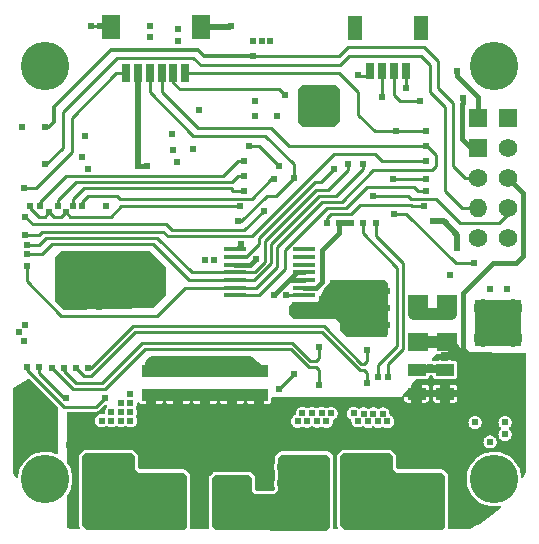
<source format=gbl>
G04 Layer: BottomLayer*
G04 EasyEDA v6.5.39, 2024-01-10 12:04:11*
G04 8066753d26f04e3aa7ec2003dc8d02ef,7c1e8d740ba24e6f83eb2d53d3341807,10*
G04 Gerber Generator version 0.2*
G04 Scale: 100 percent, Rotated: No, Reflected: No *
G04 Dimensions in millimeters *
G04 leading zeros omitted , absolute positions ,4 integer and 5 decimal *
%FSLAX45Y45*%
%MOMM*%

%AMMACRO1*4,1,4,-0.6001,-1,0.6001,-1,0.6001,1,-0.6001,1,-0.6001,-1,0*%
%AMMACRO2*4,1,4,-0.3001,-0.6749,0.3001,-0.6749,0.3001,0.6749,-0.3001,0.6749,-0.3001,-0.6749,0*%
%AMMACRO3*21,1,$1,$2,0,0,$3*%
%ADD10C,0.4000*%
%ADD11C,1.0000*%
%ADD12C,0.2540*%
%ADD13C,0.3000*%
%ADD14C,0.5000*%
%ADD15MACRO1*%
%ADD16MACRO2*%
%ADD17MACRO3,0.6X1.55X0.0000*%
%ADD18MACRO3,1.5X2X0.0000*%
%ADD19MACRO3,1.8034X0.4064X0.0000*%
%ADD20MACRO3,1X1.55X-90.0000*%
%ADD21R,1.7280X1.4850*%
%ADD22MACRO3,1.728X1.485X0.0000*%
%ADD23C,1.5748*%
%ADD24O,1.5748X1.5748*%
%ADD25R,1.5748X1.5748*%
%ADD26R,4.0000X4.0000*%
%ADD27C,2.7000*%
%ADD28C,1.7000*%
%ADD29C,4.1000*%
%ADD30C,0.6096*%
%ADD31C,0.6100*%
%ADD32C,0.6200*%
%ADD33C,1.5700*%
%ADD34C,0.0109*%

%LPD*%
G36*
X651916Y-546100D02*
G01*
X648004Y-545338D01*
X644702Y-543102D01*
X599897Y-498297D01*
X597662Y-494995D01*
X596900Y-491083D01*
X596900Y-432816D01*
X596188Y-431088D01*
X559511Y-394411D01*
X557784Y-393700D01*
X207416Y-393700D01*
X203504Y-392938D01*
X200202Y-390702D01*
X168097Y-358597D01*
X165862Y-355295D01*
X165100Y-351383D01*
X165100Y-295198D01*
X165557Y-292252D01*
X166827Y-289560D01*
X187502Y-258521D01*
X189738Y-256082D01*
X192684Y-254558D01*
X195935Y-254000D01*
X405384Y-254000D01*
X406755Y-253288D01*
X469138Y-128473D01*
X471068Y-125831D01*
X530402Y-66497D01*
X533704Y-64262D01*
X537616Y-63500D01*
X972464Y-63500D01*
X975715Y-64058D01*
X978662Y-65582D01*
X980897Y-68021D01*
X1001572Y-99060D01*
X1002842Y-101752D01*
X1003300Y-104698D01*
X1003300Y-518312D01*
X1002233Y-522833D01*
X993394Y-540461D01*
X991158Y-543458D01*
X988009Y-545439D01*
X984300Y-546100D01*
G37*

%LPD*%
G36*
X-2138476Y-1744878D02*
G01*
X-2142794Y-1744776D01*
X-2146706Y-1742897D01*
X-2149449Y-1739595D01*
X-2169871Y-1700123D01*
X-2173173Y-1693011D01*
X-2174087Y-1688744D01*
X-2174087Y-985164D01*
X-2173478Y-981659D01*
X-2171700Y-978611D01*
X-2168956Y-976325D01*
X-2043480Y-904646D01*
X-2039264Y-903325D01*
X-2034946Y-903884D01*
X-2031238Y-906271D01*
X-1793697Y-1143812D01*
X-1791462Y-1147114D01*
X-1790700Y-1151026D01*
X-1790700Y-1530502D01*
X-1791512Y-1534464D01*
X-1793798Y-1537817D01*
X-1797202Y-1540002D01*
X-1801164Y-1540662D01*
X-1805127Y-1539748D01*
X-1812848Y-1536192D01*
X-1832660Y-1529130D01*
X-1853031Y-1523949D01*
X-1873757Y-1520596D01*
X-1894738Y-1519174D01*
X-1915769Y-1519631D01*
X-1936648Y-1522018D01*
X-1957222Y-1526286D01*
X-1977339Y-1532432D01*
X-1996795Y-1540357D01*
X-2015439Y-1550009D01*
X-2033168Y-1561338D01*
X-2049729Y-1574241D01*
X-2065121Y-1588617D01*
X-2079091Y-1604264D01*
X-2091639Y-1621180D01*
X-2102510Y-1639112D01*
X-2111756Y-1658010D01*
X-2119274Y-1677670D01*
X-2124913Y-1697888D01*
X-2128723Y-1718564D01*
X-2130298Y-1735836D01*
X-2131618Y-1739950D01*
X-2134514Y-1743151D01*
G37*

%LPD*%
G36*
X-1688541Y-2174087D02*
G01*
X-1692910Y-2173071D01*
X-1708759Y-2165451D01*
X-1711807Y-2163216D01*
X-1713788Y-2160016D01*
X-1714500Y-2156307D01*
X-1714500Y-1890572D01*
X-1714042Y-1887626D01*
X-1712772Y-1884934D01*
X-1702714Y-1869948D01*
X-1692605Y-1851507D01*
X-1684223Y-1832254D01*
X-1677670Y-1812289D01*
X-1672894Y-1791817D01*
X-1670050Y-1770989D01*
X-1669084Y-1750009D01*
X-1670050Y-1728978D01*
X-1672894Y-1708200D01*
X-1677670Y-1687677D01*
X-1684223Y-1667764D01*
X-1692605Y-1648460D01*
X-1702714Y-1630019D01*
X-1712772Y-1615084D01*
X-1714042Y-1612341D01*
X-1714500Y-1609394D01*
X-1714500Y-1191768D01*
X-1713738Y-1187856D01*
X-1711502Y-1184605D01*
X-1708251Y-1182370D01*
X-1704339Y-1181608D01*
X-1473708Y-1181608D01*
X-1465681Y-1180795D01*
X-1458468Y-1178610D01*
X-1451762Y-1175054D01*
X-1445564Y-1169924D01*
X-1401521Y-1125931D01*
X-1398625Y-1123899D01*
X-1395222Y-1122984D01*
X-1381861Y-1121867D01*
X-1377797Y-1123543D01*
X-1374851Y-1126794D01*
X-1373530Y-1130960D01*
X-1374089Y-1135329D01*
X-1376476Y-1139037D01*
X-1383944Y-1146505D01*
X-1389583Y-1154582D01*
X-1393748Y-1163472D01*
X-1396288Y-1172972D01*
X-1397152Y-1182776D01*
X-1396441Y-1190650D01*
X-1396847Y-1194511D01*
X-1398676Y-1197914D01*
X-1401622Y-1200404D01*
X-1405331Y-1201623D01*
X-1409192Y-1201369D01*
X-1412595Y-1200454D01*
X-1422400Y-1199591D01*
X-1432204Y-1200454D01*
X-1441653Y-1202994D01*
X-1450594Y-1207109D01*
X-1458620Y-1212748D01*
X-1465580Y-1219708D01*
X-1471218Y-1227734D01*
X-1475333Y-1236675D01*
X-1477873Y-1246124D01*
X-1478737Y-1255928D01*
X-1477873Y-1265732D01*
X-1475333Y-1275181D01*
X-1471218Y-1284122D01*
X-1465580Y-1292148D01*
X-1458620Y-1299108D01*
X-1450594Y-1304747D01*
X-1441653Y-1308862D01*
X-1432204Y-1311402D01*
X-1422400Y-1312265D01*
X-1412595Y-1311402D01*
X-1403146Y-1308862D01*
X-1394206Y-1304747D01*
X-1387398Y-1299972D01*
X-1383639Y-1298346D01*
X-1379524Y-1298346D01*
X-1375765Y-1299972D01*
X-1368958Y-1304747D01*
X-1360068Y-1308862D01*
X-1350568Y-1311402D01*
X-1340764Y-1312265D01*
X-1331010Y-1311402D01*
X-1321511Y-1308862D01*
X-1312621Y-1304747D01*
X-1305661Y-1299870D01*
X-1301902Y-1298244D01*
X-1297787Y-1298244D01*
X-1294028Y-1299870D01*
X-1287068Y-1304747D01*
X-1278178Y-1308862D01*
X-1268679Y-1311402D01*
X-1258874Y-1312265D01*
X-1249121Y-1311402D01*
X-1239621Y-1308862D01*
X-1230731Y-1304747D01*
X-1224483Y-1300378D01*
X-1220724Y-1298752D01*
X-1216609Y-1298752D01*
X-1212850Y-1300378D01*
X-1206601Y-1304747D01*
X-1197660Y-1308862D01*
X-1188212Y-1311402D01*
X-1178407Y-1312265D01*
X-1168603Y-1311402D01*
X-1159154Y-1308862D01*
X-1150213Y-1304747D01*
X-1142187Y-1299108D01*
X-1135227Y-1292148D01*
X-1129588Y-1284122D01*
X-1125474Y-1275181D01*
X-1122934Y-1265732D01*
X-1122070Y-1255928D01*
X-1122934Y-1246124D01*
X-1125474Y-1236675D01*
X-1129588Y-1227734D01*
X-1131417Y-1225143D01*
X-1133043Y-1221384D01*
X-1133043Y-1217269D01*
X-1131417Y-1213510D01*
X-1129588Y-1210919D01*
X-1125474Y-1202029D01*
X-1122934Y-1192530D01*
X-1122070Y-1182776D01*
X-1122934Y-1172972D01*
X-1125474Y-1163472D01*
X-1129588Y-1154582D01*
X-1133043Y-1149654D01*
X-1134668Y-1145895D01*
X-1134668Y-1141780D01*
X-1133043Y-1138021D01*
X-1129588Y-1133094D01*
X-1125474Y-1124153D01*
X-1122934Y-1114704D01*
X-1122222Y-1106525D01*
X-1121003Y-1102512D01*
X-1118260Y-1099312D01*
X-1114450Y-1097534D01*
X-1110284Y-1097381D01*
X-1106373Y-1098956D01*
X-1103477Y-1102004D01*
X-1100988Y-1105916D01*
X-1096924Y-1109980D01*
X-1091996Y-1113078D01*
X-1086561Y-1115009D01*
X-1080211Y-1115720D01*
X-1048410Y-1115720D01*
X-1048410Y-1064260D01*
X-1047648Y-1060348D01*
X-1045413Y-1057097D01*
X-1042111Y-1054862D01*
X-1038250Y-1054100D01*
X-968349Y-1054100D01*
X-964488Y-1054862D01*
X-961186Y-1057097D01*
X-958951Y-1060348D01*
X-958189Y-1064260D01*
X-958189Y-1115720D01*
X-926388Y-1115720D01*
X-920038Y-1115009D01*
X-914603Y-1113078D01*
X-909675Y-1109980D01*
X-905611Y-1105916D01*
X-902512Y-1100988D01*
X-900582Y-1095552D01*
X-899871Y-1089253D01*
X-899871Y-1064260D01*
X-899109Y-1060348D01*
X-896924Y-1057097D01*
X-893622Y-1054862D01*
X-888288Y-1054100D01*
X-884377Y-1054862D01*
X-881075Y-1057097D01*
X-878890Y-1060348D01*
X-878128Y-1064260D01*
X-878128Y-1089253D01*
X-877417Y-1095552D01*
X-875487Y-1100988D01*
X-872388Y-1105916D01*
X-868324Y-1109980D01*
X-863396Y-1113078D01*
X-857961Y-1115009D01*
X-851611Y-1115720D01*
X-819810Y-1115720D01*
X-819810Y-1064260D01*
X-819048Y-1060348D01*
X-816813Y-1057097D01*
X-813511Y-1054862D01*
X-809650Y-1054100D01*
X-739749Y-1054100D01*
X-735888Y-1054862D01*
X-732586Y-1057097D01*
X-730351Y-1060348D01*
X-729589Y-1064260D01*
X-729589Y-1115720D01*
X-697788Y-1115720D01*
X-691438Y-1115009D01*
X-686003Y-1113078D01*
X-681075Y-1109980D01*
X-677011Y-1105916D01*
X-673912Y-1100988D01*
X-671982Y-1095552D01*
X-671271Y-1089253D01*
X-671271Y-1064260D01*
X-670509Y-1060348D01*
X-668324Y-1057097D01*
X-665022Y-1054862D01*
X-659688Y-1054100D01*
X-655777Y-1054862D01*
X-652475Y-1057097D01*
X-650290Y-1060348D01*
X-649528Y-1064260D01*
X-649528Y-1089253D01*
X-648817Y-1095552D01*
X-646887Y-1100988D01*
X-643788Y-1105916D01*
X-639724Y-1109980D01*
X-634796Y-1113078D01*
X-629361Y-1115009D01*
X-623011Y-1115720D01*
X-591210Y-1115720D01*
X-591210Y-1064260D01*
X-590448Y-1060348D01*
X-588213Y-1057097D01*
X-584911Y-1054862D01*
X-581050Y-1054100D01*
X-511149Y-1054100D01*
X-507288Y-1054862D01*
X-503986Y-1057097D01*
X-501751Y-1060348D01*
X-500989Y-1064260D01*
X-500989Y-1115720D01*
X-469188Y-1115720D01*
X-462838Y-1115009D01*
X-457403Y-1113078D01*
X-452475Y-1109980D01*
X-448411Y-1105916D01*
X-445312Y-1100988D01*
X-443382Y-1095552D01*
X-442671Y-1089253D01*
X-442671Y-1064260D01*
X-441909Y-1060348D01*
X-439724Y-1057097D01*
X-436422Y-1054862D01*
X-431088Y-1054100D01*
X-427177Y-1054862D01*
X-423875Y-1057097D01*
X-421690Y-1060348D01*
X-420928Y-1064260D01*
X-420928Y-1089253D01*
X-420217Y-1095552D01*
X-418287Y-1100988D01*
X-415188Y-1105916D01*
X-411124Y-1109980D01*
X-406196Y-1113078D01*
X-400761Y-1115009D01*
X-394411Y-1115720D01*
X-362610Y-1115720D01*
X-362610Y-1064260D01*
X-361848Y-1060348D01*
X-359613Y-1057097D01*
X-356311Y-1054862D01*
X-352450Y-1054100D01*
X-282549Y-1054100D01*
X-278688Y-1054862D01*
X-275386Y-1057097D01*
X-273151Y-1060348D01*
X-272389Y-1064260D01*
X-272389Y-1115720D01*
X-240588Y-1115720D01*
X-234238Y-1115009D01*
X-228803Y-1113078D01*
X-223875Y-1109980D01*
X-219811Y-1105916D01*
X-216712Y-1100988D01*
X-214782Y-1095552D01*
X-214071Y-1089253D01*
X-214071Y-1064260D01*
X-213309Y-1060348D01*
X-211124Y-1057097D01*
X-207822Y-1054862D01*
X-202488Y-1054100D01*
X-198577Y-1054862D01*
X-195275Y-1057097D01*
X-193090Y-1060348D01*
X-192328Y-1064260D01*
X-192328Y-1089253D01*
X-191617Y-1095552D01*
X-189687Y-1100988D01*
X-186588Y-1105916D01*
X-182524Y-1109980D01*
X-177596Y-1113078D01*
X-172161Y-1115009D01*
X-165811Y-1115720D01*
X-134010Y-1115720D01*
X-134010Y-1064260D01*
X-133248Y-1060348D01*
X-131013Y-1057097D01*
X-127711Y-1054862D01*
X-123850Y-1054100D01*
X-53949Y-1054100D01*
X-50088Y-1054862D01*
X-46786Y-1057097D01*
X-44551Y-1060348D01*
X-43789Y-1064260D01*
X-43789Y-1115720D01*
X-11988Y-1115720D01*
X-5638Y-1115009D01*
X-203Y-1113078D01*
X4724Y-1109980D01*
X8788Y-1105916D01*
X11887Y-1100988D01*
X13817Y-1095552D01*
X14528Y-1089253D01*
X14528Y-1064260D01*
X15290Y-1060348D01*
X17475Y-1057097D01*
X20777Y-1054862D01*
X24688Y-1054100D01*
X1116330Y-1054100D01*
X1118209Y-1053338D01*
X1123086Y-1047242D01*
X1125626Y-1045108D01*
X1127302Y-1041958D01*
X1161237Y-999540D01*
X1164742Y-996746D01*
X1169162Y-995730D01*
X1199489Y-995730D01*
X1199489Y-955294D01*
X1200048Y-951941D01*
X1201724Y-948944D01*
X1235405Y-906830D01*
X1238961Y-903986D01*
X1243380Y-903020D01*
X1321511Y-903020D01*
X1327861Y-902309D01*
X1333296Y-900379D01*
X1338224Y-897280D01*
X1342288Y-893216D01*
X1345387Y-888288D01*
X1348435Y-878484D01*
X1350721Y-875588D01*
X1353870Y-873658D01*
X1357477Y-872998D01*
X1373022Y-872998D01*
X1376629Y-873658D01*
X1379778Y-875588D01*
X1382064Y-878484D01*
X1383182Y-882853D01*
X1385112Y-888288D01*
X1388211Y-893216D01*
X1392275Y-897280D01*
X1397203Y-900379D01*
X1402638Y-902309D01*
X1408988Y-903020D01*
X1562811Y-903020D01*
X1569161Y-902309D01*
X1574596Y-900379D01*
X1579524Y-897280D01*
X1583588Y-893216D01*
X1586687Y-888288D01*
X1588617Y-882853D01*
X1589328Y-876553D01*
X1589328Y-777646D01*
X1588617Y-771347D01*
X1586687Y-765911D01*
X1583588Y-760984D01*
X1579524Y-756920D01*
X1574596Y-753821D01*
X1569161Y-751890D01*
X1562811Y-751179D01*
X1551482Y-751179D01*
X1547164Y-750265D01*
X1540560Y-747166D01*
X1531061Y-744626D01*
X1521307Y-743762D01*
X1511503Y-744626D01*
X1502003Y-747166D01*
X1495399Y-750265D01*
X1491081Y-751179D01*
X1470964Y-751179D01*
X1466697Y-750265D01*
X1460042Y-747166D01*
X1450594Y-744626D01*
X1440789Y-743762D01*
X1430985Y-744626D01*
X1421536Y-747166D01*
X1414881Y-750265D01*
X1410614Y-751179D01*
X1402638Y-751890D01*
X1397762Y-753618D01*
X1394612Y-754176D01*
X1391462Y-753770D01*
X1387094Y-751281D01*
X1378966Y-747522D01*
X1375968Y-745388D01*
X1373936Y-742340D01*
X1373124Y-738784D01*
X1373581Y-735177D01*
X1375308Y-731977D01*
X1404874Y-695045D01*
X1408379Y-692200D01*
X1412798Y-691184D01*
X1449070Y-691184D01*
X1449070Y-683768D01*
X1449832Y-679856D01*
X1452067Y-676554D01*
X1455420Y-674370D01*
X1459331Y-673608D01*
X1538122Y-674725D01*
X1541983Y-675538D01*
X1545234Y-677722D01*
X1547368Y-681024D01*
X1548130Y-684885D01*
X1548130Y-691184D01*
X1584452Y-691184D01*
X1590751Y-690473D01*
X1596237Y-688594D01*
X1601114Y-685495D01*
X1605229Y-681431D01*
X1608074Y-677976D01*
X1611122Y-676300D01*
X1614525Y-675792D01*
X2164080Y-683412D01*
X2167940Y-684225D01*
X2171192Y-686409D01*
X2173325Y-689711D01*
X2174087Y-693572D01*
X2174087Y-727100D01*
X2173274Y-731062D01*
X2170988Y-734415D01*
X2167585Y-736600D01*
X2163622Y-737260D01*
X2159660Y-736346D01*
X2156409Y-733958D01*
X2154326Y-730453D01*
X2153666Y-728573D01*
X2150618Y-723696D01*
X2146503Y-719582D01*
X2141626Y-716534D01*
X2136140Y-714603D01*
X2129840Y-713892D01*
X2036775Y-713892D01*
X2036775Y-833475D01*
X2163927Y-833475D01*
X2167839Y-834237D01*
X2171141Y-836421D01*
X2173325Y-839724D01*
X2174087Y-843635D01*
X2174087Y-1036015D01*
X2173325Y-1039876D01*
X2171141Y-1043178D01*
X2167839Y-1045362D01*
X2163927Y-1046175D01*
X2036775Y-1046175D01*
X2036775Y-1165707D01*
X2129840Y-1165707D01*
X2136140Y-1164996D01*
X2141626Y-1163066D01*
X2146503Y-1160018D01*
X2150618Y-1155903D01*
X2153666Y-1151026D01*
X2154326Y-1149146D01*
X2156409Y-1145641D01*
X2159660Y-1143254D01*
X2163622Y-1142339D01*
X2167585Y-1143000D01*
X2170988Y-1145184D01*
X2173274Y-1148537D01*
X2174087Y-1152499D01*
X2174087Y-1688490D01*
X2173122Y-1692859D01*
X2164384Y-1711096D01*
X2149348Y-1739442D01*
X2146503Y-1742795D01*
X2142490Y-1744624D01*
X2138121Y-1744573D01*
X2134158Y-1742744D01*
X2131364Y-1739392D01*
X2130196Y-1735124D01*
X2129942Y-1728978D01*
X2127097Y-1708200D01*
X2122322Y-1687677D01*
X2115769Y-1667764D01*
X2107387Y-1648460D01*
X2097278Y-1630019D01*
X2085543Y-1612595D01*
X2072284Y-1596288D01*
X2057603Y-1581251D01*
X2041601Y-1567637D01*
X2024430Y-1555496D01*
X2006244Y-1544980D01*
X1987143Y-1536192D01*
X1967331Y-1529130D01*
X1946960Y-1523949D01*
X1926234Y-1520596D01*
X1905254Y-1519174D01*
X1884222Y-1519631D01*
X1863343Y-1522018D01*
X1842770Y-1526286D01*
X1822653Y-1532432D01*
X1803196Y-1540357D01*
X1784553Y-1550009D01*
X1766824Y-1561338D01*
X1750263Y-1574241D01*
X1734870Y-1588617D01*
X1720900Y-1604264D01*
X1708353Y-1621180D01*
X1697482Y-1639112D01*
X1688236Y-1658010D01*
X1680718Y-1677670D01*
X1675079Y-1697888D01*
X1671269Y-1718564D01*
X1669338Y-1739493D01*
X1669338Y-1760524D01*
X1671269Y-1781454D01*
X1675079Y-1802130D01*
X1680718Y-1822348D01*
X1688236Y-1842007D01*
X1697482Y-1860854D01*
X1708353Y-1878838D01*
X1720900Y-1895703D01*
X1734870Y-1911400D01*
X1750263Y-1925726D01*
X1766824Y-1938629D01*
X1784553Y-1949957D01*
X1803196Y-1959610D01*
X1822653Y-1967585D01*
X1842770Y-1973681D01*
X1863343Y-1977948D01*
X1884222Y-1980336D01*
X1905254Y-1980844D01*
X1926234Y-1979422D01*
X1945335Y-1976374D01*
X1949653Y-1976628D01*
X1953463Y-1978609D01*
X1956104Y-1982012D01*
X1957120Y-1986229D01*
X1956257Y-1990445D01*
X1953768Y-1993950D01*
X1920951Y-2023668D01*
X1886864Y-2051964D01*
X1851558Y-2078786D01*
X1815134Y-2104034D01*
X1777695Y-2127656D01*
X1739239Y-2149652D01*
X1699869Y-2169972D01*
X1693011Y-2173173D01*
X1688744Y-2174087D01*
X1520139Y-2174087D01*
X1516430Y-2173427D01*
X1513281Y-2171446D01*
X1511046Y-2168448D01*
X1510030Y-2164842D01*
X1510385Y-2161133D01*
X1511604Y-2155545D01*
X1511808Y-2152345D01*
X1511808Y-1721154D01*
X1511147Y-1715109D01*
X1509217Y-1709623D01*
X1506118Y-1704695D01*
X1504035Y-1702307D01*
X1479042Y-1677314D01*
X1474266Y-1673504D01*
X1469034Y-1671015D01*
X1463395Y-1669745D01*
X1460195Y-1669542D01*
X1090422Y-1669542D01*
X1087475Y-1669084D01*
X1084783Y-1667814D01*
X1071829Y-1659178D01*
X1069390Y-1656943D01*
X1067866Y-1653997D01*
X1067308Y-1650746D01*
X1067308Y-1556054D01*
X1066647Y-1550009D01*
X1064717Y-1544523D01*
X1061618Y-1539595D01*
X1059535Y-1537208D01*
X1034542Y-1512214D01*
X1029766Y-1508404D01*
X1024534Y-1505915D01*
X1018895Y-1504645D01*
X1015695Y-1504442D01*
X622604Y-1504442D01*
X616559Y-1505102D01*
X611073Y-1507032D01*
X606145Y-1510131D01*
X603758Y-1512214D01*
X578764Y-1537208D01*
X574954Y-1541983D01*
X572465Y-1547215D01*
X571195Y-1552854D01*
X570992Y-1556054D01*
X570992Y-2139645D01*
X571652Y-2145690D01*
X573582Y-2151176D01*
X574903Y-2153564D01*
X578104Y-2157730D01*
X579983Y-2161844D01*
X579932Y-2166315D01*
X577951Y-2170328D01*
X574395Y-2173122D01*
X570026Y-2174087D01*
X548589Y-2174087D01*
X544880Y-2173427D01*
X541731Y-2171446D01*
X539496Y-2168448D01*
X538480Y-2164842D01*
X538835Y-2161133D01*
X540054Y-2155545D01*
X540258Y-2152345D01*
X540258Y-1568754D01*
X539597Y-1562709D01*
X537667Y-1557223D01*
X534568Y-1552295D01*
X532485Y-1549908D01*
X507492Y-1524914D01*
X502716Y-1521104D01*
X497484Y-1518615D01*
X491845Y-1517345D01*
X488645Y-1517142D01*
X95554Y-1517142D01*
X89509Y-1517802D01*
X84023Y-1519732D01*
X79095Y-1522831D01*
X76708Y-1524914D01*
X51714Y-1549908D01*
X47904Y-1554683D01*
X45415Y-1559915D01*
X44145Y-1565554D01*
X43942Y-1568754D01*
X43942Y-1612544D01*
X43484Y-1615490D01*
X38049Y-1627124D01*
X35509Y-1636623D01*
X34645Y-1646428D01*
X35509Y-1656181D01*
X38049Y-1665681D01*
X43484Y-1677314D01*
X43942Y-1680260D01*
X43942Y-1752244D01*
X43484Y-1755190D01*
X38049Y-1766824D01*
X35509Y-1776323D01*
X34645Y-1786128D01*
X35509Y-1795881D01*
X38049Y-1805381D01*
X43484Y-1817014D01*
X43942Y-1819960D01*
X43942Y-1830578D01*
X43484Y-1833524D01*
X42214Y-1836216D01*
X33578Y-1849170D01*
X31343Y-1851609D01*
X28397Y-1853133D01*
X25146Y-1853692D01*
X-105714Y-1853692D01*
X-109575Y-1852930D01*
X-112877Y-1850694D01*
X-117144Y-1846427D01*
X-119380Y-1843125D01*
X-120142Y-1839264D01*
X-120142Y-1740204D01*
X-120802Y-1734159D01*
X-122732Y-1728673D01*
X-125831Y-1723745D01*
X-127914Y-1721357D01*
X-152908Y-1696364D01*
X-157683Y-1692554D01*
X-162915Y-1690065D01*
X-168554Y-1688795D01*
X-171754Y-1688592D01*
X-463245Y-1688592D01*
X-469290Y-1689252D01*
X-474776Y-1691182D01*
X-479704Y-1694281D01*
X-482092Y-1696364D01*
X-507085Y-1721357D01*
X-510895Y-1726133D01*
X-513384Y-1731365D01*
X-514654Y-1737004D01*
X-514858Y-1740204D01*
X-514858Y-2145741D01*
X-514146Y-2152040D01*
X-510184Y-2162911D01*
X-510641Y-2167077D01*
X-512775Y-2170734D01*
X-516178Y-2173224D01*
X-520293Y-2174087D01*
X-664260Y-2174087D01*
X-667969Y-2173427D01*
X-671118Y-2171446D01*
X-673354Y-2168448D01*
X-674370Y-2164842D01*
X-674014Y-2161133D01*
X-672795Y-2155545D01*
X-672592Y-2152345D01*
X-672592Y-1721154D01*
X-673252Y-1715109D01*
X-675182Y-1709623D01*
X-678281Y-1704695D01*
X-680364Y-1702307D01*
X-705358Y-1677314D01*
X-710133Y-1673504D01*
X-715365Y-1671015D01*
X-721004Y-1669745D01*
X-724204Y-1669542D01*
X-1093978Y-1669542D01*
X-1096924Y-1669084D01*
X-1099616Y-1667814D01*
X-1112570Y-1659178D01*
X-1115009Y-1656943D01*
X-1116533Y-1653997D01*
X-1117092Y-1650746D01*
X-1117092Y-1556054D01*
X-1117752Y-1550009D01*
X-1119682Y-1544523D01*
X-1122781Y-1539595D01*
X-1124864Y-1537208D01*
X-1149858Y-1512214D01*
X-1154633Y-1508404D01*
X-1159865Y-1505915D01*
X-1165504Y-1504645D01*
X-1168704Y-1504442D01*
X-1561795Y-1504442D01*
X-1567840Y-1505102D01*
X-1573326Y-1507032D01*
X-1578254Y-1510131D01*
X-1580642Y-1512214D01*
X-1605635Y-1537208D01*
X-1609445Y-1541983D01*
X-1611934Y-1547215D01*
X-1613204Y-1552854D01*
X-1613408Y-1556054D01*
X-1613408Y-2139645D01*
X-1612747Y-2145690D01*
X-1610817Y-2151176D01*
X-1609496Y-2153564D01*
X-1606296Y-2157730D01*
X-1604416Y-2161844D01*
X-1604467Y-2166315D01*
X-1606448Y-2170328D01*
X-1610004Y-2173122D01*
X-1614373Y-2174087D01*
G37*

%LPC*%
G36*
X1866900Y-1491437D02*
G01*
X1876704Y-1490573D01*
X1886153Y-1488033D01*
X1895093Y-1483918D01*
X1903120Y-1478280D01*
X1910080Y-1471320D01*
X1915718Y-1463294D01*
X1919833Y-1454353D01*
X1922373Y-1444904D01*
X1923237Y-1435100D01*
X1922373Y-1425295D01*
X1919833Y-1415846D01*
X1915718Y-1406906D01*
X1910080Y-1398879D01*
X1903120Y-1391920D01*
X1895093Y-1386281D01*
X1886153Y-1382166D01*
X1876704Y-1379626D01*
X1866900Y-1378762D01*
X1857095Y-1379626D01*
X1847646Y-1382166D01*
X1838706Y-1386281D01*
X1830679Y-1391920D01*
X1823720Y-1398879D01*
X1818081Y-1406906D01*
X1813966Y-1415846D01*
X1811426Y-1425295D01*
X1810562Y-1435100D01*
X1811426Y-1444904D01*
X1813966Y-1454353D01*
X1818081Y-1463294D01*
X1823720Y-1471320D01*
X1830679Y-1478280D01*
X1838706Y-1483918D01*
X1847646Y-1488033D01*
X1857095Y-1490573D01*
G37*
G36*
X1993900Y-1427937D02*
G01*
X2003704Y-1427073D01*
X2013153Y-1424533D01*
X2022093Y-1420418D01*
X2030120Y-1414780D01*
X2037080Y-1407820D01*
X2042718Y-1399794D01*
X2046833Y-1390853D01*
X2049373Y-1381404D01*
X2050237Y-1371600D01*
X2049373Y-1361795D01*
X2046833Y-1352346D01*
X2042718Y-1343406D01*
X2037080Y-1335379D01*
X2029663Y-1327962D01*
X2027478Y-1324711D01*
X2026716Y-1320800D01*
X2027478Y-1316888D01*
X2029663Y-1313637D01*
X2037080Y-1306220D01*
X2042718Y-1298194D01*
X2046833Y-1289253D01*
X2049373Y-1279804D01*
X2050237Y-1270000D01*
X2049373Y-1260195D01*
X2046833Y-1250746D01*
X2042718Y-1241806D01*
X2037080Y-1233779D01*
X2030120Y-1226820D01*
X2022093Y-1221181D01*
X2013153Y-1217066D01*
X2003704Y-1214526D01*
X1993900Y-1213662D01*
X1984095Y-1214526D01*
X1974646Y-1217066D01*
X1965706Y-1221181D01*
X1957679Y-1226820D01*
X1950720Y-1233779D01*
X1945081Y-1241806D01*
X1940966Y-1250746D01*
X1938426Y-1260195D01*
X1937562Y-1270000D01*
X1938426Y-1279804D01*
X1940966Y-1289253D01*
X1945081Y-1298194D01*
X1950720Y-1306220D01*
X1958136Y-1313637D01*
X1960321Y-1316888D01*
X1961083Y-1320800D01*
X1960321Y-1324711D01*
X1958136Y-1327962D01*
X1950720Y-1335379D01*
X1945081Y-1343406D01*
X1940966Y-1352346D01*
X1938426Y-1361795D01*
X1937562Y-1371600D01*
X1938426Y-1381404D01*
X1940966Y-1390853D01*
X1945081Y-1399794D01*
X1950720Y-1407820D01*
X1957679Y-1414780D01*
X1965706Y-1420418D01*
X1974646Y-1424533D01*
X1984095Y-1427073D01*
G37*
G36*
X1739900Y-1326337D02*
G01*
X1749704Y-1325473D01*
X1759153Y-1322933D01*
X1768093Y-1318818D01*
X1776120Y-1313180D01*
X1783080Y-1306220D01*
X1788718Y-1298194D01*
X1792833Y-1289253D01*
X1795373Y-1279804D01*
X1796237Y-1270000D01*
X1795373Y-1260195D01*
X1792833Y-1250746D01*
X1788718Y-1241806D01*
X1783080Y-1233779D01*
X1776120Y-1226820D01*
X1768093Y-1221181D01*
X1759153Y-1217066D01*
X1749704Y-1214526D01*
X1739900Y-1213662D01*
X1730095Y-1214526D01*
X1720646Y-1217066D01*
X1711706Y-1221181D01*
X1703679Y-1226820D01*
X1696720Y-1233779D01*
X1691081Y-1241806D01*
X1686966Y-1250746D01*
X1684426Y-1260195D01*
X1683562Y-1270000D01*
X1684426Y-1279804D01*
X1686966Y-1289253D01*
X1691081Y-1298194D01*
X1696720Y-1306220D01*
X1703679Y-1313180D01*
X1711706Y-1318818D01*
X1720646Y-1322933D01*
X1730095Y-1325473D01*
G37*
G36*
X835101Y-1317802D02*
G01*
X844854Y-1316939D01*
X854354Y-1314399D01*
X863244Y-1310284D01*
X870203Y-1305407D01*
X873963Y-1303782D01*
X878078Y-1303782D01*
X881837Y-1305407D01*
X888796Y-1310284D01*
X897686Y-1314399D01*
X907186Y-1316939D01*
X916990Y-1317802D01*
X926744Y-1316939D01*
X936244Y-1314399D01*
X945134Y-1310284D01*
X951382Y-1305915D01*
X955141Y-1304290D01*
X959256Y-1304290D01*
X963015Y-1305915D01*
X969264Y-1310284D01*
X978204Y-1314399D01*
X987653Y-1316939D01*
X997458Y-1317802D01*
X1007262Y-1316939D01*
X1016711Y-1314399D01*
X1025652Y-1310284D01*
X1033678Y-1304645D01*
X1040637Y-1297686D01*
X1046276Y-1289659D01*
X1050391Y-1280718D01*
X1052931Y-1271270D01*
X1053795Y-1261465D01*
X1052931Y-1251661D01*
X1050391Y-1242212D01*
X1046276Y-1233271D01*
X1040637Y-1225245D01*
X1033678Y-1218285D01*
X1025652Y-1212646D01*
X1021283Y-1210665D01*
X1018032Y-1208176D01*
X1015949Y-1204620D01*
X1015492Y-1200556D01*
X1015695Y-1197965D01*
X1014831Y-1188161D01*
X1012291Y-1178712D01*
X1008176Y-1169771D01*
X1002537Y-1161745D01*
X995578Y-1154785D01*
X987552Y-1149146D01*
X978611Y-1145032D01*
X969162Y-1142492D01*
X959358Y-1141628D01*
X949553Y-1142492D01*
X940104Y-1145032D01*
X931164Y-1149146D01*
X924915Y-1153515D01*
X921156Y-1155141D01*
X917041Y-1155141D01*
X913282Y-1153515D01*
X907034Y-1149146D01*
X898144Y-1145032D01*
X888644Y-1142492D01*
X878890Y-1141628D01*
X869086Y-1142492D01*
X859586Y-1145032D01*
X850696Y-1149146D01*
X843737Y-1154023D01*
X839978Y-1155649D01*
X835863Y-1155649D01*
X832103Y-1154023D01*
X825144Y-1149146D01*
X816254Y-1145032D01*
X806754Y-1142492D01*
X797001Y-1141628D01*
X787196Y-1142492D01*
X777697Y-1145032D01*
X768807Y-1149146D01*
X762355Y-1153668D01*
X759155Y-1155192D01*
X755650Y-1155496D01*
X752246Y-1154582D01*
X749350Y-1152550D01*
X747420Y-1150620D01*
X739394Y-1144981D01*
X730453Y-1140866D01*
X721004Y-1138326D01*
X711200Y-1137462D01*
X701395Y-1138326D01*
X691946Y-1140866D01*
X683006Y-1144981D01*
X674979Y-1150620D01*
X668020Y-1157579D01*
X662381Y-1165606D01*
X658266Y-1174546D01*
X655726Y-1183995D01*
X654862Y-1193800D01*
X655726Y-1203604D01*
X658266Y-1213053D01*
X662381Y-1221994D01*
X668020Y-1230020D01*
X674979Y-1236980D01*
X683006Y-1242618D01*
X687374Y-1244600D01*
X690626Y-1247089D01*
X692708Y-1250645D01*
X693166Y-1254709D01*
X692962Y-1257300D01*
X693826Y-1267104D01*
X696366Y-1276553D01*
X700481Y-1285494D01*
X706120Y-1293520D01*
X713079Y-1300480D01*
X721106Y-1306118D01*
X730046Y-1310233D01*
X739495Y-1312773D01*
X749300Y-1313637D01*
X759104Y-1312773D01*
X768553Y-1310233D01*
X777494Y-1306118D01*
X783945Y-1301597D01*
X787146Y-1300073D01*
X790651Y-1299768D01*
X794054Y-1300683D01*
X796950Y-1302715D01*
X798830Y-1304645D01*
X806907Y-1310284D01*
X815797Y-1314399D01*
X825296Y-1316939D01*
G37*
G36*
X236931Y-1317294D02*
G01*
X246735Y-1316431D01*
X256184Y-1313891D01*
X265125Y-1309776D01*
X271932Y-1305001D01*
X275691Y-1303375D01*
X279806Y-1303375D01*
X283565Y-1305001D01*
X290372Y-1309776D01*
X299262Y-1313891D01*
X308762Y-1316431D01*
X318566Y-1317294D01*
X328320Y-1316431D01*
X337820Y-1313891D01*
X346710Y-1309776D01*
X353669Y-1304899D01*
X357428Y-1303274D01*
X361543Y-1303274D01*
X365302Y-1304899D01*
X372262Y-1309776D01*
X381152Y-1313891D01*
X390652Y-1316431D01*
X400456Y-1317294D01*
X410209Y-1316431D01*
X419709Y-1313891D01*
X428599Y-1309776D01*
X434848Y-1305407D01*
X438607Y-1303782D01*
X442722Y-1303782D01*
X446481Y-1305407D01*
X452729Y-1309776D01*
X461670Y-1313891D01*
X471119Y-1316431D01*
X480923Y-1317294D01*
X490728Y-1316431D01*
X500176Y-1313891D01*
X509117Y-1309776D01*
X517143Y-1304137D01*
X524103Y-1297178D01*
X529742Y-1289151D01*
X533857Y-1280210D01*
X536397Y-1270762D01*
X537260Y-1260957D01*
X536803Y-1255623D01*
X537260Y-1251508D01*
X539343Y-1247952D01*
X542645Y-1245514D01*
X548894Y-1242618D01*
X556920Y-1236980D01*
X563880Y-1230020D01*
X569518Y-1221994D01*
X573633Y-1213053D01*
X576173Y-1203604D01*
X577037Y-1193800D01*
X576173Y-1183995D01*
X573633Y-1174546D01*
X569518Y-1165606D01*
X563880Y-1157579D01*
X556920Y-1150620D01*
X548894Y-1144981D01*
X539953Y-1140866D01*
X530504Y-1138326D01*
X520700Y-1137462D01*
X510895Y-1138326D01*
X501446Y-1140866D01*
X492506Y-1144981D01*
X486257Y-1149350D01*
X482498Y-1150975D01*
X478383Y-1150975D01*
X474624Y-1149350D01*
X468376Y-1144981D01*
X459485Y-1140866D01*
X449986Y-1138326D01*
X440232Y-1137462D01*
X430428Y-1138326D01*
X420928Y-1140866D01*
X412038Y-1144981D01*
X405079Y-1149858D01*
X401320Y-1151483D01*
X397205Y-1151483D01*
X393446Y-1149858D01*
X386486Y-1144981D01*
X377596Y-1140866D01*
X368096Y-1138326D01*
X358343Y-1137462D01*
X348538Y-1138326D01*
X339039Y-1140866D01*
X330149Y-1144981D01*
X323342Y-1149756D01*
X319582Y-1151382D01*
X315468Y-1151382D01*
X311708Y-1149756D01*
X304901Y-1144981D01*
X295960Y-1140866D01*
X286512Y-1138326D01*
X276707Y-1137462D01*
X266903Y-1138326D01*
X257454Y-1140866D01*
X248513Y-1144981D01*
X240487Y-1150620D01*
X233527Y-1157579D01*
X227888Y-1165606D01*
X223774Y-1174546D01*
X221234Y-1183995D01*
X220370Y-1193800D01*
X220827Y-1199134D01*
X220370Y-1203248D01*
X218287Y-1206804D01*
X214985Y-1209243D01*
X208737Y-1212138D01*
X200710Y-1217777D01*
X193751Y-1224737D01*
X188112Y-1232763D01*
X183997Y-1241704D01*
X181457Y-1251153D01*
X180594Y-1260957D01*
X181457Y-1270762D01*
X183997Y-1280210D01*
X188112Y-1289151D01*
X193751Y-1297178D01*
X200710Y-1304137D01*
X208737Y-1309776D01*
X217678Y-1313891D01*
X227126Y-1316431D01*
G37*
G36*
X1730959Y-1165707D02*
G01*
X1824075Y-1165707D01*
X1824075Y-1046175D01*
X1704492Y-1046175D01*
X1704492Y-1139240D01*
X1705203Y-1145540D01*
X1707134Y-1151026D01*
X1710182Y-1155903D01*
X1714296Y-1160018D01*
X1719173Y-1163066D01*
X1724660Y-1164996D01*
G37*
G36*
X1408988Y-1103020D02*
G01*
X1440789Y-1103020D01*
X1440789Y-1058468D01*
X1382471Y-1058468D01*
X1382471Y-1076553D01*
X1383182Y-1082852D01*
X1385112Y-1088288D01*
X1388211Y-1093216D01*
X1392275Y-1097280D01*
X1397203Y-1100378D01*
X1402638Y-1102309D01*
G37*
G36*
X1289710Y-1103020D02*
G01*
X1321511Y-1103020D01*
X1327861Y-1102309D01*
X1333296Y-1100378D01*
X1338224Y-1097280D01*
X1342288Y-1093216D01*
X1345387Y-1088288D01*
X1347317Y-1082852D01*
X1348028Y-1076553D01*
X1348028Y-1058468D01*
X1289710Y-1058468D01*
G37*
G36*
X1531010Y-1103020D02*
G01*
X1562811Y-1103020D01*
X1569161Y-1102309D01*
X1574596Y-1100378D01*
X1579524Y-1097280D01*
X1583588Y-1093216D01*
X1586687Y-1088288D01*
X1588617Y-1082852D01*
X1589328Y-1076553D01*
X1589328Y-1058468D01*
X1531010Y-1058468D01*
G37*
G36*
X1167688Y-1103020D02*
G01*
X1199489Y-1103020D01*
X1199489Y-1058468D01*
X1141171Y-1058468D01*
X1141171Y-1076553D01*
X1141882Y-1082852D01*
X1143812Y-1088288D01*
X1146911Y-1093216D01*
X1150975Y-1097280D01*
X1155903Y-1100378D01*
X1161338Y-1102309D01*
G37*
G36*
X1382471Y-995730D02*
G01*
X1440789Y-995730D01*
X1440789Y-951179D01*
X1408988Y-951179D01*
X1402638Y-951890D01*
X1397203Y-953820D01*
X1392275Y-956919D01*
X1388211Y-960983D01*
X1385112Y-965911D01*
X1383182Y-971346D01*
X1382471Y-977646D01*
G37*
G36*
X1531010Y-995730D02*
G01*
X1589328Y-995730D01*
X1589328Y-977646D01*
X1588617Y-971346D01*
X1586687Y-965911D01*
X1583588Y-960983D01*
X1579524Y-956919D01*
X1574596Y-953820D01*
X1569161Y-951890D01*
X1562811Y-951179D01*
X1531010Y-951179D01*
G37*
G36*
X1289710Y-995730D02*
G01*
X1348028Y-995730D01*
X1348028Y-977646D01*
X1347317Y-971346D01*
X1345387Y-965911D01*
X1342288Y-960983D01*
X1338224Y-956919D01*
X1333296Y-953820D01*
X1327861Y-951890D01*
X1321511Y-951179D01*
X1289710Y-951179D01*
G37*
G36*
X1704492Y-833475D02*
G01*
X1824075Y-833475D01*
X1824075Y-713892D01*
X1730959Y-713892D01*
X1724660Y-714603D01*
X1719173Y-716534D01*
X1714296Y-719582D01*
X1710182Y-723696D01*
X1707134Y-728573D01*
X1705203Y-734060D01*
X1704492Y-740359D01*
G37*

%LPD*%
G36*
X279400Y1587500D02*
G01*
X241300Y1549400D01*
X241300Y1270000D01*
X279400Y1231900D01*
X546100Y1231900D01*
X596900Y1270000D01*
X596900Y1549400D01*
X558800Y1587500D01*
G37*
G36*
X-1765300Y177800D02*
G01*
X-1816100Y127000D01*
X-1816100Y-241300D01*
X-1739900Y-317500D01*
X-977900Y-304800D01*
X-876300Y-190500D01*
X-876300Y38100D01*
X-1016000Y177800D01*
G37*
G36*
X-1562100Y-1530350D02*
G01*
X-1587500Y-1555750D01*
X-1587500Y-2139950D01*
X-1549400Y-2178050D01*
X-723900Y-2178050D01*
X-698500Y-2152650D01*
X-698500Y-1720850D01*
X-723900Y-1695450D01*
X-1104900Y-1695450D01*
X-1143000Y-1670050D01*
X-1143000Y-1555750D01*
X-1168400Y-1530350D01*
G37*
G36*
X95250Y-1543050D02*
G01*
X69850Y-1568450D01*
X69850Y-1841500D01*
X44450Y-1879600D01*
X-120650Y-1879600D01*
X-146050Y-1854200D01*
X-146050Y-1739900D01*
X-171450Y-1714500D01*
X-463550Y-1714500D01*
X-488950Y-1739900D01*
X-488950Y-2146300D01*
X-463550Y-2184400D01*
X476250Y-2190750D01*
X514350Y-2152650D01*
X514350Y-1568450D01*
X488950Y-1543050D01*
G37*
G36*
X622300Y-1530350D02*
G01*
X596900Y-1555750D01*
X596900Y-2139950D01*
X635000Y-2178050D01*
X1460500Y-2178050D01*
X1485900Y-2152650D01*
X1485900Y-1720850D01*
X1460500Y-1695450D01*
X1079500Y-1695450D01*
X1041400Y-1670050D01*
X1041400Y-1555750D01*
X1016000Y-1530350D01*
G37*
G36*
X1682750Y-692150D02*
G01*
X1689100Y-1181100D01*
X2146300Y-1181100D01*
X2171700Y-1155700D01*
X2171700Y-711200D01*
X1701800Y-711200D01*
G37*
D10*
X1244600Y-827100D02*
G01*
X1485900Y-827100D01*
X1193800Y-800100D02*
G01*
X1521282Y-800100D01*
D11*
X1219200Y-355600D02*
G01*
X1533982Y-355600D01*
D12*
X901700Y419100D02*
G01*
X901700Y304800D01*
X1130300Y76200D01*
X1130300Y-647700D01*
X1003300Y-774700D01*
X1003300Y-889000D01*
X787400Y419100D02*
G01*
X787400Y330200D01*
X1079500Y38100D01*
X1079500Y-622300D01*
X914400Y-787400D01*
X914400Y-889000D01*
D10*
X2019300Y800100D02*
G01*
X2146300Y673100D01*
X2146300Y139700D01*
X2082800Y76200D01*
X1892300Y76200D01*
X1638300Y-177800D01*
X1638300Y-647700D01*
X1930400Y-939800D01*
X-289560Y64998D02*
G01*
X-163601Y64998D01*
X-114300Y114300D01*
D12*
X-2057400Y152400D02*
G01*
X-1930400Y152400D01*
X-1841500Y241300D01*
X-990600Y241300D01*
X-684276Y-65023D01*
X-289560Y-65023D01*
X-2057400Y228600D02*
G01*
X-1955800Y228600D01*
X-1894839Y289560D01*
X-949960Y289560D01*
X-660400Y0D01*
X-289560Y0D01*
X-2070100Y317500D02*
G01*
X-1955800Y317500D01*
X-1930400Y342900D01*
X-901700Y342900D01*
X-863600Y304800D01*
X-152400Y304800D01*
X546100Y1003300D01*
X889000Y1003300D01*
X952500Y939800D01*
X1320800Y939800D01*
X-2032000Y558800D02*
G01*
X-2032000Y546100D01*
X-1955800Y469900D01*
X-1905000Y469900D01*
X-1866900Y508000D01*
X-1727200Y508000D02*
G01*
X-1689100Y469900D01*
X-1346200Y469900D01*
X-1257300Y558800D01*
X-254000Y558800D01*
D10*
X1638300Y1473200D02*
G01*
X1638300Y1435100D01*
X1625600Y1422400D01*
X1625600Y1130300D01*
X1701800Y1054100D01*
X1765300Y1054100D01*
D12*
X-289560Y130047D02*
G01*
X-200152Y130047D01*
X-88900Y241300D01*
X-88900Y292100D01*
X381000Y762000D01*
X431800Y762000D01*
X546100Y876300D01*
X482600Y419100D02*
G01*
X482600Y457200D01*
X520700Y495300D01*
X685800Y495300D01*
X762000Y571500D01*
X1193800Y571500D01*
X1206500Y558800D01*
X1308100Y558800D01*
X-289560Y-195071D02*
G01*
X-88900Y-195071D01*
X-88900Y-190500D01*
X127000Y25400D01*
X127000Y190500D01*
X482600Y546100D01*
X647700Y546100D01*
X825500Y723900D01*
X1219200Y723900D01*
X1257300Y685800D01*
X1320800Y685800D01*
D10*
X-1117600Y901700D02*
G01*
X-1041400Y901700D01*
D12*
X-715263Y1685797D02*
G01*
X587502Y1685797D01*
X749300Y1524000D01*
X749300Y1333500D01*
X889000Y1193800D01*
X1066800Y1193800D01*
X-1905000Y914400D02*
G01*
X-1892300Y914400D01*
X-1752600Y1054100D01*
X-1752600Y1358900D01*
X-1295400Y1816100D01*
X-647700Y1816100D01*
X-584200Y1752600D01*
X596900Y1752600D01*
X673100Y1828800D01*
X1282700Y1828800D01*
X1358900Y1752600D01*
X1358900Y1524000D01*
X1485900Y1397000D01*
X1485900Y685800D01*
X1625600Y546100D01*
X1765300Y546100D01*
D13*
X-139700Y1828800D02*
G01*
X-558800Y1828800D01*
X-609600Y1879600D01*
X-1346200Y1879600D01*
X-1828800Y1397000D01*
X-1828800Y1270000D01*
X-1866900Y1231900D01*
X-1905000Y1231900D01*
D10*
X1765300Y1308100D02*
G01*
X1765300Y1485900D01*
X1587500Y1663700D01*
X1587500Y1701800D01*
D12*
X1765300Y800100D02*
G01*
X1651000Y800100D01*
X1549400Y901700D01*
X1549400Y1435100D01*
X1422400Y1562100D01*
X1422400Y1790700D01*
X1308100Y1905000D01*
X660400Y1905000D01*
X584200Y1828800D01*
X-139700Y1828800D01*
D14*
X1206500Y-355600D02*
G01*
X1257300Y-304800D01*
X1257300Y-272542D01*
X1533982Y-355600D02*
G01*
X1498600Y-320217D01*
X1498600Y-272542D01*
D11*
X1498600Y-591057D02*
G01*
X1631442Y-723900D01*
X1701800Y-723900D01*
X1257300Y-591057D02*
G01*
X1498600Y-591057D01*
D10*
X289557Y-130050D02*
G01*
X393700Y-130050D01*
X444500Y-79250D01*
X444500Y190500D01*
X584200Y330200D01*
X584200Y419100D01*
D12*
X-1663700Y558800D02*
G01*
X-1663700Y622300D01*
X-1574800Y711200D01*
X-317500Y711200D01*
X-317500Y685800D01*
X-215900Y685800D01*
X-1790700Y558800D02*
G01*
X-1790700Y609600D01*
X-1638300Y762000D01*
X-317500Y762000D01*
X-266700Y812800D01*
X-215900Y812800D01*
X-1943100Y558800D02*
G01*
X-1943100Y596900D01*
X-1727200Y812800D01*
X-393700Y812800D01*
X-266700Y939800D01*
X-215900Y939800D01*
X-1587500Y558800D02*
G01*
X-1587500Y596900D01*
X-1536700Y647700D01*
X-1295400Y647700D01*
X-1270000Y622300D01*
X-152400Y622300D01*
X12700Y787400D01*
X38100Y787400D01*
X-2070100Y469900D02*
G01*
X-2006600Y406400D01*
X-876300Y406400D01*
X-825500Y355600D01*
X-215900Y355600D01*
X-50800Y520700D01*
D11*
X-985977Y-762228D02*
G01*
X-1003300Y-779551D01*
X-1003300Y-839800D01*
X-208026Y-757173D02*
G01*
X-171450Y-757173D01*
X-88900Y-839723D01*
D12*
X-1845053Y-812800D02*
G01*
X-1667253Y-990600D01*
X-1397000Y-990600D01*
X-1054100Y-647700D01*
X177800Y-647700D01*
X330200Y-800100D01*
X393700Y-800100D01*
X419100Y-825500D01*
X419100Y-952500D01*
X-1744979Y-812800D02*
G01*
X-1744979Y-833120D01*
X-1638300Y-939800D01*
X-1422400Y-939800D01*
X-1079500Y-596900D01*
X190500Y-596900D01*
X342900Y-749300D01*
X393700Y-749300D01*
X419100Y-723900D01*
X419100Y-635000D01*
D11*
X-985977Y-762228D02*
G01*
X-980897Y-757148D01*
X-208127Y-757148D01*
X-1003300Y-839800D02*
G01*
X-88900Y-839800D01*
X-1003300Y-1039799D02*
G01*
X-88900Y-1039799D01*
D10*
X38100Y-190500D02*
G01*
X228600Y0D01*
X289557Y0D01*
X38100Y-190500D02*
G01*
X163598Y-65001D01*
X289557Y-65001D01*
D14*
X584200Y419100D02*
G01*
X685800Y419100D01*
D12*
X1054100Y495300D02*
G01*
X1155700Y495300D01*
X1574800Y76200D01*
X1727200Y76200D01*
D14*
X1384300Y431800D02*
G01*
X1473200Y431800D01*
X1587500Y317500D01*
X1587500Y203200D01*
D12*
X-1536700Y-812800D02*
G01*
X-1511300Y-812800D01*
X-1155700Y-457200D01*
X457200Y-457200D01*
X774700Y-774700D01*
X800100Y-774700D01*
X825500Y-749300D01*
X825500Y-660400D01*
X-1638300Y-812800D02*
G01*
X-1574800Y-876300D01*
X-1511300Y-876300D01*
X-1143000Y-508000D01*
X444500Y-508000D01*
X762000Y-825500D01*
X800100Y-825500D01*
X825500Y-850900D01*
X825500Y-939800D01*
X876300Y647700D02*
G01*
X1168400Y647700D01*
X1193800Y622300D01*
X1409700Y622300D01*
X1612900Y419100D01*
X1943100Y419100D01*
X2019300Y495300D01*
X2019300Y546100D01*
X-289560Y-130047D02*
G01*
X-114300Y-130047D01*
X63500Y47752D01*
X63500Y215900D01*
X444500Y596900D01*
X609600Y596900D01*
X876300Y863600D01*
X1371600Y863600D01*
X1409700Y901700D01*
X1409700Y990600D01*
X1333500Y1066800D01*
X1320800Y1066800D01*
D14*
X-328421Y2081529D02*
G01*
X-336600Y2073351D01*
X-585215Y2073351D01*
D12*
X-177800Y1065529D02*
G01*
X-87629Y1065529D01*
X76200Y901700D01*
X-815088Y1685800D02*
G01*
X-815088Y1602488D01*
X-762000Y1549400D01*
X76200Y1549400D01*
X127000Y1498600D01*
X-2082800Y711200D02*
G01*
X-1981200Y711200D01*
X-1676400Y1016000D01*
X-1676400Y1308100D01*
X-1298702Y1685797D01*
X-1215136Y1685797D01*
X-2057400Y50800D02*
G01*
X-2057400Y-76200D01*
X-1765300Y-368300D01*
X-952500Y-368300D01*
X-714247Y-130047D01*
X-289560Y-130047D01*
X-915162Y1685797D02*
G01*
X-915162Y1524762D01*
X-609600Y1219200D01*
X12700Y1219200D01*
X165100Y1066800D01*
X1320800Y1066800D01*
X-1015237Y1685800D02*
G01*
X-1015237Y1523237D01*
X-647700Y1155700D01*
X-38100Y1155700D01*
X203200Y914400D01*
X203200Y800100D01*
X-289557Y0D02*
G01*
X-127000Y0D01*
X-38100Y88900D01*
X-38100Y266700D01*
X393700Y698500D01*
X495300Y698500D01*
X660400Y863600D01*
X660400Y914400D01*
X-289557Y-65026D02*
G01*
X-128526Y-65026D01*
X12700Y76200D01*
X12700Y241300D01*
X419100Y647700D01*
X558800Y647700D01*
X787400Y876300D01*
X787400Y914400D01*
X1053337Y1701800D02*
G01*
X1053337Y1499362D01*
X1104900Y1447800D01*
X1270000Y1447800D01*
D14*
X-1115187Y1685851D02*
G01*
X-1115187Y904112D01*
X-1117600Y901700D01*
D12*
X139700Y-190500D02*
G01*
X144195Y-194995D01*
X219354Y-194995D01*
X-289557Y194995D02*
G01*
X-243253Y241300D01*
X-241300Y241300D01*
D10*
X1638300Y-454212D02*
G01*
X1638300Y-723900D01*
D12*
X953287Y1701800D02*
G01*
X953287Y1486687D01*
X952500Y1485900D01*
X-1345184Y2073348D02*
G01*
X-1354632Y2082800D01*
X-1511300Y2082800D01*
X-1955800Y-800100D02*
G01*
X-1955800Y-850900D01*
X-1739900Y-1066800D01*
X-1727200Y-1066800D01*
X853287Y1701800D02*
G01*
X815187Y1663700D01*
X749300Y1663700D01*
X1155700Y1562100D02*
G01*
X1153312Y1564487D01*
X1153312Y1701800D01*
X-2057400Y-800100D02*
G01*
X-2057400Y-825500D01*
X-1739900Y-1143000D01*
X-1473200Y-1143000D01*
X-1397000Y-1066800D01*
X203200Y-863600D02*
G01*
X76200Y-990600D01*
X1066800Y1193800D02*
G01*
X1320800Y1193800D01*
X203200Y800100D02*
G01*
X50800Y647700D01*
X-25400Y647700D01*
X-241300Y431800D01*
X-266700Y431800D01*
X-1866900Y508000D02*
G01*
X-1828800Y469900D01*
X-1765300Y469900D01*
X-1727200Y508000D01*
X1041400Y787400D02*
G01*
X1193800Y787400D01*
X1320800Y787400D01*
D15*
G01*
X723303Y2069287D03*
G01*
X1283296Y2069287D03*
D16*
G01*
X853300Y1701800D03*
G01*
X953300Y1701800D03*
G01*
X1053299Y1701800D03*
G01*
X1153299Y1701800D03*
D17*
G01*
X-1215194Y1685848D03*
G01*
X-1115194Y1685848D03*
G01*
X-1015194Y1685848D03*
G01*
X-915195Y1685848D03*
G01*
X-815195Y1685848D03*
G01*
X-715195Y1685848D03*
D18*
G01*
X-585204Y2073348D03*
G01*
X-1345192Y2073348D03*
D19*
G01*
X289559Y-195000D03*
G01*
X289559Y-129999D03*
G01*
X289559Y-64998D03*
G01*
X289559Y0D03*
G01*
X289559Y65001D03*
G01*
X289559Y129999D03*
G01*
X289559Y195000D03*
G01*
X-289559Y195000D03*
G01*
X-289559Y129999D03*
G01*
X-289559Y65001D03*
G01*
X-289559Y0D03*
G01*
X-289559Y-64998D03*
G01*
X-289559Y-129999D03*
G01*
X-289559Y-195000D03*
D20*
G01*
X-1003300Y-839800D03*
G01*
X-1003300Y-1039799D03*
G01*
X-774700Y-839800D03*
G01*
X-774700Y-1039799D03*
G01*
X-546100Y-839800D03*
G01*
X-546100Y-1039799D03*
G01*
X-317500Y-839800D03*
G01*
X-317500Y-1039799D03*
G01*
X-88900Y-839800D03*
G01*
X-88900Y-1039799D03*
G01*
X1244600Y-827100D03*
G01*
X1244600Y-1027099D03*
D21*
G01*
X1257300Y-591057D03*
D22*
G01*
X1257300Y-272549D03*
D21*
G01*
X1498600Y-591057D03*
D22*
G01*
X1498600Y-272549D03*
D20*
G01*
X1485900Y-827100D03*
G01*
X1485900Y-1027099D03*
D23*
G01*
X1765300Y292100D03*
G01*
X2019300Y292100D03*
D24*
G01*
X1765300Y546100D03*
D23*
G01*
X1765300Y800100D03*
D25*
G01*
X1765300Y1054100D03*
G01*
X1765300Y1308100D03*
G01*
X2019300Y1308100D03*
D23*
G01*
X2019300Y1054100D03*
G01*
X2019300Y800100D03*
G01*
X2019300Y546100D03*
D26*
G01*
X1930400Y-939800D03*
G01*
X1930400Y-431800D03*
D27*
G01*
X-876300Y-2032000D03*
G01*
X-317500Y-2032000D03*
G01*
X1308100Y-2032000D03*
D28*
G01*
X-1054100Y-2082495D03*
G01*
X1130300Y-2082800D03*
G01*
X-143027Y-2082520D03*
D29*
G01*
X1899996Y1749983D03*
G01*
X-1899996Y1749983D03*
G01*
X-1899996Y-1750009D03*
G01*
X1899996Y-1750009D03*
D30*
G01*
X-788212Y933018D03*
G01*
X-1536700Y876300D03*
G01*
X-821994Y1037894D03*
G01*
X-1562100Y-76200D03*
G01*
X-1333500Y-76200D03*
G01*
X-1447800Y-177800D03*
G01*
X-1447800Y38100D03*
G01*
X0Y1955800D03*
G01*
X-63500Y1955800D03*
G01*
X-1016000Y2082800D03*
G01*
X-1178407Y-1028700D03*
G01*
X-1178407Y-1104900D03*
G01*
X-1258900Y-1104900D03*
G01*
X-1178407Y-1182751D03*
G01*
X-1258900Y-1182751D03*
G01*
X-1340789Y-1182751D03*
G01*
X959357Y-1197965D03*
G01*
X878865Y-1197965D03*
G01*
X796975Y-1197965D03*
G01*
X711200Y-1193800D03*
G01*
X276707Y-1193800D03*
G01*
X358317Y-1193800D03*
G01*
X440207Y-1193800D03*
G01*
X520700Y-1193800D03*
G01*
X990600Y-444500D03*
G01*
X706501Y-508000D03*
G01*
X953490Y-508000D03*
G01*
X914400Y-444500D03*
G01*
X832789Y-444500D03*
G01*
X789990Y-508000D03*
G01*
X749300Y-444500D03*
G01*
X1054100Y495300D03*
G01*
X76200Y901700D03*
G01*
X-177800Y1065529D03*
G01*
X1727200Y76200D03*
G01*
X1320800Y787400D03*
G01*
X1041400Y787400D03*
G01*
X546100Y876300D03*
G01*
X-596900Y1371600D03*
G01*
X-1435100Y2082800D03*
G01*
X647700Y-431800D03*
G01*
X584200Y419100D03*
G01*
X876300Y647700D03*
G01*
X203200Y800100D03*
G01*
X-114300Y114300D03*
D31*
G01*
X-977900Y-1943100D03*
G01*
X-774700Y-1943100D03*
D30*
G01*
X-736600Y-2032000D03*
D31*
G01*
X-774700Y-2120900D03*
G01*
X-977900Y-2120900D03*
G01*
X-215900Y-2120900D03*
G01*
X-419100Y-2120900D03*
D30*
G01*
X-457200Y-2032000D03*
D31*
G01*
X-419100Y-1943100D03*
G01*
X-215900Y-1943100D03*
D30*
G01*
X-825500Y1168400D03*
G01*
X-1016000Y1993900D03*
G01*
X-1587500Y977900D03*
G01*
X-1345184Y2073351D03*
G01*
X-1117600Y901700D03*
G01*
X-1562100Y1155700D03*
G01*
X-1701800Y-1460500D03*
G01*
X1739900Y-1270000D03*
G01*
X914400Y-889000D03*
G01*
X787400Y419100D03*
G01*
X-1384300Y558800D03*
G01*
X-1422400Y-1255928D03*
G01*
X-1340789Y-1255928D03*
G01*
X-1258900Y-1255928D03*
G01*
X-1178407Y-1255928D03*
G01*
X749300Y-1257300D03*
G01*
X835075Y-1261465D03*
G01*
X916965Y-1261465D03*
G01*
X997457Y-1261465D03*
G01*
X236931Y-1260957D03*
G01*
X318541Y-1260957D03*
G01*
X400430Y-1260957D03*
G01*
X480923Y-1260957D03*
G01*
X-1511300Y2082800D03*
G01*
X1866900Y-1435100D03*
G01*
X1993900Y-1371600D03*
G01*
X1993900Y-1270000D03*
G01*
X1003300Y-889000D03*
G01*
X901700Y419100D03*
G01*
X-469900Y101600D03*
G01*
X-546100Y101600D03*
G01*
X-2095500Y1231900D03*
G01*
X-647700Y1041400D03*
G01*
X751992Y1672005D03*
G01*
X952500Y1485900D03*
G01*
X-139700Y1955800D03*
G01*
X-1333500Y-177800D03*
G01*
X-1562100Y-177800D03*
G01*
X-1333500Y38100D03*
G01*
X-1562100Y38100D03*
G01*
X-1447800Y-292100D03*
G01*
X-1663700Y-76200D03*
G01*
X-1227328Y-76200D03*
G01*
X-1447774Y-76200D03*
G01*
X-1447545Y141630D03*
G01*
X456996Y1363192D03*
G01*
X456996Y1443507D03*
G01*
X377088Y1443507D03*
G01*
X377088Y1363192D03*
G01*
X377088Y1282700D03*
G01*
X456996Y1282700D03*
G01*
X537692Y1282700D03*
G01*
X537692Y1363192D03*
G01*
X537692Y1443507D03*
G01*
X537692Y1524000D03*
G01*
X456996Y1524000D03*
G01*
X377088Y1524000D03*
G01*
X296392Y1524000D03*
G01*
X296392Y1443507D03*
G01*
X296392Y1363192D03*
G01*
X296392Y1282700D03*
G01*
X2006600Y-139700D03*
G01*
X1866900Y-139700D03*
G01*
X1270000Y1447800D03*
G01*
X1155700Y1562100D03*
G01*
X482600Y419100D03*
G01*
X1308100Y558800D03*
G01*
X1587500Y203200D03*
G01*
X1384300Y431800D03*
G01*
X1533982Y-355600D03*
G01*
X1453489Y-355600D03*
G01*
X1289989Y-355600D03*
G01*
X1371600Y-355600D03*
G01*
X1206500Y-355600D03*
G01*
X1521282Y-800100D03*
G01*
X1440789Y-800100D03*
G01*
X1277289Y-800100D03*
G01*
X1358900Y-800100D03*
G01*
X1193800Y-800100D03*
G01*
X-215900Y685800D03*
G01*
X-215900Y812800D03*
G01*
X-215900Y939800D03*
G01*
X-1905000Y914400D03*
G01*
X-455117Y-757148D03*
G01*
X-371627Y-757148D03*
G01*
X-290017Y-757148D03*
G01*
X-208127Y-757148D03*
G01*
X-985977Y-762228D03*
G01*
X-902487Y-762228D03*
G01*
X-820877Y-762228D03*
G01*
X-738987Y-762228D03*
G01*
X-658495Y-762228D03*
G01*
X225907Y-299669D03*
G01*
X266700Y-364439D03*
G01*
X314807Y-299669D03*
G01*
X355600Y-364439D03*
G01*
X403707Y-299669D03*
G01*
X444500Y-364439D03*
G01*
X444500Y-229488D03*
G01*
X492607Y-299669D03*
G01*
X492607Y-160502D03*
G01*
X533400Y-364439D03*
G01*
X533400Y-229488D03*
G01*
X533400Y-88900D03*
G01*
X38100Y-190500D03*
G01*
X-2140813Y-1104290D03*
G01*
X-2140280Y-1020698D03*
G01*
X-2070100Y-977900D03*
G01*
X-2070100Y-1061491D03*
G01*
X-2070100Y-1143000D03*
G01*
X-2140813Y-1185798D03*
G01*
X-2140813Y-1269288D03*
G01*
X-2140813Y-1350898D03*
G01*
X-2070100Y-1308100D03*
G01*
X-2070100Y-1226489D03*
G01*
X-2001113Y-1185748D03*
G01*
X-2001113Y-1350898D03*
G01*
X-2070100Y-1389989D03*
G01*
X-2140813Y-1432788D03*
G01*
X-2070100Y-1470482D03*
G01*
X-2001113Y-1432788D03*
G01*
X-2001113Y-1269263D03*
G01*
X-2001113Y-1104290D03*
G01*
X-2001113Y-1020698D03*
G01*
X-1929511Y-1061491D03*
G01*
X-1929511Y-1143000D03*
G01*
X-1929511Y-1226489D03*
G01*
X-1929511Y-1308100D03*
G01*
X-1929511Y-1389989D03*
G01*
X619709Y-364439D03*
G01*
X701217Y-363702D03*
G01*
X662508Y-300202D03*
G01*
X578916Y-299669D03*
G01*
X619709Y-229488D03*
G01*
X701217Y-229488D03*
G01*
X744016Y-300202D03*
G01*
X784707Y-363702D03*
G01*
X827506Y-300202D03*
G01*
X866317Y-363702D03*
G01*
X948207Y-363702D03*
G01*
X909116Y-300202D03*
G01*
X866317Y-229488D03*
G01*
X784707Y-229488D03*
G01*
X743965Y-160502D03*
G01*
X909116Y-160502D03*
G01*
X948207Y-229488D03*
G01*
X991006Y-300202D03*
G01*
X991006Y-160502D03*
G01*
X827481Y-160502D03*
G01*
X662508Y-160502D03*
G01*
X578916Y-160502D03*
G01*
X619709Y-88900D03*
G01*
X701217Y-88900D03*
G01*
X784707Y-88900D03*
G01*
X866317Y-88900D03*
G01*
X948207Y-88900D03*
G01*
X-266700Y431800D03*
G01*
X1320800Y1193800D03*
G01*
X1066800Y1193800D03*
G01*
X787400Y914400D03*
G01*
X1320800Y685800D03*
G01*
X139700Y-190500D03*
G01*
X-241300Y241300D03*
G01*
X660400Y914400D03*
G01*
X-1905000Y1231900D03*
G01*
X1320800Y939800D03*
G01*
X-50800Y520700D03*
G01*
X1221917Y-1574800D03*
G01*
X1183208Y-1511300D03*
G01*
X1221917Y-1440586D03*
G01*
X1264716Y-1511300D03*
G01*
X1305407Y-1574800D03*
G01*
X1348206Y-1511300D03*
G01*
X1387017Y-1574800D03*
G01*
X1468907Y-1574800D03*
G01*
X1429816Y-1511300D03*
G01*
X1387017Y-1440586D03*
G01*
X1305407Y-1440586D03*
G01*
X1264665Y-1371600D03*
G01*
X1429816Y-1371600D03*
G01*
X1468907Y-1440586D03*
G01*
X1511706Y-1511300D03*
G01*
X1549400Y-1574800D03*
G01*
X1549400Y-1440586D03*
G01*
X1511706Y-1371600D03*
G01*
X1348181Y-1371600D03*
G01*
X1183208Y-1371600D03*
G01*
X1221917Y-1299997D03*
G01*
X1305407Y-1299997D03*
G01*
X1387017Y-1299997D03*
G01*
X1468907Y-1299997D03*
G01*
X1549400Y-1299997D03*
G01*
X-416382Y-1570202D03*
G01*
X-455091Y-1506702D03*
G01*
X-416382Y-1435988D03*
G01*
X-373583Y-1506702D03*
G01*
X-332892Y-1570202D03*
G01*
X-290093Y-1506702D03*
G01*
X-251282Y-1570202D03*
G01*
X-169392Y-1570202D03*
G01*
X-208483Y-1506702D03*
G01*
X-251282Y-1435988D03*
G01*
X-332892Y-1435988D03*
G01*
X-373634Y-1367002D03*
G01*
X-208483Y-1367002D03*
G01*
X-169392Y-1435988D03*
G01*
X-126593Y-1506702D03*
G01*
X-88900Y-1570202D03*
G01*
X-88900Y-1435988D03*
G01*
X-126593Y-1367002D03*
G01*
X-290118Y-1367002D03*
G01*
X-455091Y-1367002D03*
G01*
X-416382Y-1295400D03*
G01*
X-332892Y-1295400D03*
G01*
X-251282Y-1295400D03*
G01*
X-169392Y-1295400D03*
G01*
X-88900Y-1295400D03*
G01*
X-962482Y-1570202D03*
G01*
X-1001191Y-1506702D03*
G01*
X-962482Y-1435988D03*
G01*
X-919683Y-1506702D03*
G01*
X-878992Y-1570202D03*
G01*
X-836193Y-1506702D03*
G01*
X-797382Y-1570202D03*
G01*
X-715492Y-1570202D03*
G01*
X-754583Y-1506702D03*
G01*
X-797382Y-1435988D03*
G01*
X-878992Y-1435988D03*
G01*
X-919734Y-1367002D03*
G01*
X-754583Y-1367002D03*
G01*
X-715492Y-1435988D03*
G01*
X-672693Y-1506702D03*
G01*
X-635000Y-1570202D03*
G01*
X-635000Y-1435988D03*
G01*
X-672693Y-1367002D03*
G01*
X-836218Y-1367002D03*
G01*
X-1001191Y-1367002D03*
G01*
X-962482Y-1295400D03*
G01*
X-878992Y-1295400D03*
G01*
X-797382Y-1295400D03*
G01*
X-715492Y-1295400D03*
G01*
X-635000Y-1295400D03*
G01*
X-1508582Y-1849602D03*
G01*
X-1547291Y-1786102D03*
G01*
X-1508582Y-1715388D03*
G01*
X-1465783Y-1786102D03*
G01*
X-1425092Y-1849602D03*
G01*
X-1382293Y-1786102D03*
G01*
X-1343482Y-1849602D03*
G01*
X-1261592Y-1849602D03*
G01*
X-1300683Y-1786102D03*
G01*
X-1343482Y-1715388D03*
G01*
X-1425092Y-1715388D03*
G01*
X-1465834Y-1646402D03*
G01*
X-1300683Y-1646402D03*
G01*
X-1261592Y-1715388D03*
G01*
X-1218793Y-1786102D03*
G01*
X-1181100Y-1849602D03*
G01*
X-1181100Y-1715388D03*
G01*
X-1218793Y-1646402D03*
G01*
X-1382318Y-1646402D03*
G01*
X-1547291Y-1646402D03*
G01*
X-1508582Y-1574800D03*
G01*
X-1425092Y-1574800D03*
G01*
X-1343482Y-1574800D03*
G01*
X-1261592Y-1574800D03*
G01*
X-1181100Y-1574800D03*
G01*
X129717Y-1849602D03*
G01*
X91008Y-1786102D03*
G01*
X129717Y-1715388D03*
G01*
X172516Y-1786102D03*
G01*
X213207Y-1849602D03*
G01*
X256006Y-1786102D03*
G01*
X294817Y-1849602D03*
G01*
X376707Y-1849602D03*
G01*
X337616Y-1786102D03*
G01*
X294817Y-1715388D03*
G01*
X213207Y-1715388D03*
G01*
X172465Y-1646402D03*
G01*
X337616Y-1646402D03*
G01*
X376707Y-1715388D03*
G01*
X419506Y-1786102D03*
G01*
X457200Y-1849602D03*
G01*
X457200Y-1715388D03*
G01*
X419506Y-1646402D03*
G01*
X255981Y-1646402D03*
G01*
X91008Y-1646402D03*
G01*
X129717Y-1574800D03*
G01*
X213207Y-1574800D03*
G01*
X294817Y-1574800D03*
G01*
X376707Y-1574800D03*
G01*
X457200Y-1574800D03*
G01*
X675817Y-1849602D03*
G01*
X637108Y-1786102D03*
G01*
X675817Y-1715388D03*
G01*
X718616Y-1786102D03*
G01*
X759307Y-1849602D03*
G01*
X802106Y-1786102D03*
G01*
X840917Y-1849602D03*
G01*
X922807Y-1849602D03*
G01*
X883716Y-1786102D03*
G01*
X840917Y-1715388D03*
G01*
X759307Y-1715388D03*
G01*
X718565Y-1646402D03*
G01*
X883716Y-1646402D03*
G01*
X922807Y-1715388D03*
G01*
X965606Y-1786102D03*
G01*
X1003300Y-1849602D03*
G01*
X1003300Y-1715388D03*
G01*
X965606Y-1646402D03*
G01*
X802081Y-1646402D03*
G01*
X637108Y-1646402D03*
G01*
X675817Y-1574800D03*
G01*
X759307Y-1574800D03*
G01*
X840917Y-1574800D03*
G01*
X922807Y-1574800D03*
G01*
X1003300Y-1574800D03*
G01*
X419100Y-952500D03*
G01*
X419100Y-635000D03*
G01*
X-1745005Y-812800D03*
G01*
X-1845005Y-812800D03*
G01*
X-2082800Y-584200D03*
G01*
X-1397000Y-1066800D03*
G01*
X-2057400Y-800100D03*
G01*
X-1727200Y-1066800D03*
G01*
X-1955800Y-800100D03*
G01*
X-2120900Y-508000D03*
G01*
X-2070100Y-444500D03*
G01*
X203200Y-863600D03*
G01*
X76200Y-990600D03*
G01*
X-2057400Y50800D03*
G01*
X-2057400Y152400D03*
G01*
X-2057400Y228600D03*
G01*
X-2070100Y317500D03*
G01*
X-2070100Y469900D03*
G01*
X-2032000Y558800D03*
G01*
X-1943100Y558800D03*
G01*
X-1587500Y558800D03*
G01*
X-1663700Y558800D03*
G01*
X-1727200Y508000D03*
G01*
X-1790700Y558800D03*
G01*
X-1866900Y508000D03*
G01*
X-127000Y1447800D03*
G01*
X-127000Y1320800D03*
G01*
X63500Y1320800D03*
G01*
X38100Y787400D03*
G01*
X-254000Y558800D03*
G01*
X-1536700Y-812800D03*
G01*
X-1638300Y-812800D03*
G01*
X825500Y-660400D03*
G01*
X825500Y-939800D03*
G01*
X1587500Y1701800D03*
G01*
X1638300Y1473200D03*
G01*
X-139700Y1828800D03*
G01*
X1320800Y1066800D03*
G01*
X127000Y1498600D03*
G01*
X-2082800Y711200D03*
D31*
G01*
X2057400Y-939800D03*
G01*
X1930400Y-1066800D03*
G01*
X1803400Y-939800D03*
G01*
X1930400Y-812800D03*
G01*
X2057400Y-431800D03*
G01*
X1930400Y-558800D03*
G01*
X1803400Y-431800D03*
G01*
X1930400Y-304800D03*
G01*
X1409700Y-1943100D03*
D30*
G01*
X1447800Y-2032000D03*
D31*
G01*
X1409700Y-2120900D03*
G01*
X1206500Y-2120900D03*
G01*
X1206500Y-1943100D03*
D30*
G01*
X1524000Y-25400D03*
D32*
G01*
X-328421Y2081529D03*
G01*
X685800Y419100D03*
G01*
X-774700Y2057400D03*
G01*
X-1041400Y901700D03*
D31*
G01*
X-1516913Y-2120519D03*
G01*
X-1417853Y-2123059D03*
G01*
X310464Y-2135301D03*
G01*
X208864Y-2135301D03*
G01*
X673100Y-2133600D03*
G01*
X766826Y-2137206D03*
D33*
G01*
X1803400Y-304800D03*
G01*
X1803400Y-558800D03*
G01*
X2057400Y-304800D03*
G01*
X2057400Y-558800D03*
G01*
X2057400Y-1066800D03*
G01*
X2057400Y-812800D03*
G01*
X1803400Y-812800D03*
G01*
X1803400Y-1066800D03*
D31*
G01*
X1765300Y-482600D03*
G01*
X1879600Y-266700D03*
G01*
X1765300Y-381000D03*
G01*
X1981200Y-266700D03*
G01*
X2095500Y-381000D03*
G01*
X2095500Y-482600D03*
G01*
X1981200Y-596900D03*
G01*
X1879600Y-596900D03*
G01*
X1981200Y-774700D03*
G01*
X1879600Y-774700D03*
G01*
X2095500Y-990600D03*
G01*
X2095500Y-889000D03*
G01*
X1981200Y-1104900D03*
G01*
X1879600Y-1104900D03*
G01*
X1765300Y-990600D03*
G01*
X1765300Y-889000D03*
D32*
G01*
X-774700Y1955800D03*
M02*

</source>
